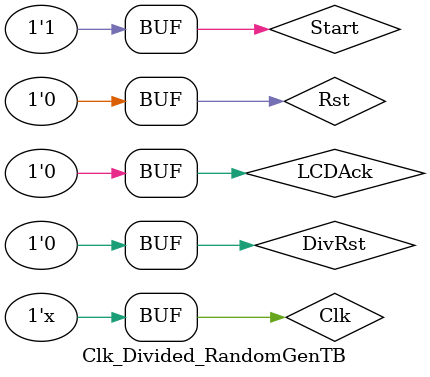
<source format=v>
`timescale 1ns / 1ns


module Clk_Divided_RandomGenTB();

reg Clk;
reg DivRst;
reg Rst;
reg Start;
reg LCDAck;
wire [9:0] ReactionTime;
wire [7:0] LED;
wire Cheat;
wire Slow;
wire Wait;
wire LCDUpdate;
wire [12:0] RandomGen;
wire ClkOut;

RandomGen RandomGen_1(Clk,Rst,RandomGen);
ClkDiv ClockDiv(Clk,DivRst,ClkOut);
ReactionTimer MyReactionTimer(Clk, Rst, Start, LED, ReactionTime, Cheat, Slow, Wait, RandomGen, LCDUpdate, LCDAck);

always begin
#1
Clk<=!Clk;
end

initial begin
  $dumpfile("Clk_Divided_RandomGenTB.vcd");
  $dumpvars;
  Clk<=0;
  DivRst<=1;
  Rst<=1;
  Start<=0;
  LCDAck<=0;
  #100
  DivRst<=0;
  Rst<=0;
  Start<=1;


end
endmodule

</source>
